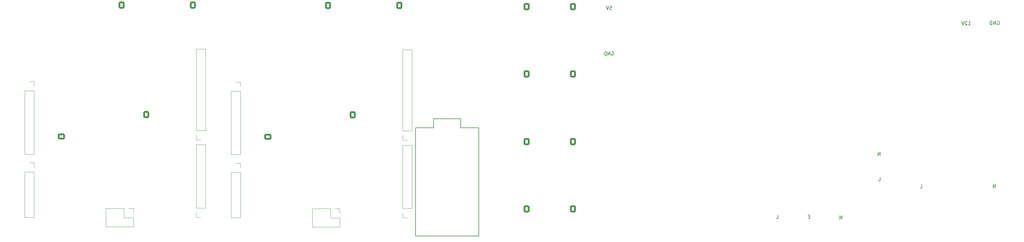
<source format=gbo>
G04 #@! TF.GenerationSoftware,KiCad,Pcbnew,(6.0.1)*
G04 #@! TF.CreationDate,2023-01-17T23:28:05-08:00*
G04 #@! TF.ProjectId,DDRduino2,44445264-7569-46e6-9f32-2e6b69636164,rev?*
G04 #@! TF.SameCoordinates,Original*
G04 #@! TF.FileFunction,Legend,Bot*
G04 #@! TF.FilePolarity,Positive*
%FSLAX46Y46*%
G04 Gerber Fmt 4.6, Leading zero omitted, Abs format (unit mm)*
G04 Created by KiCad (PCBNEW (6.0.1)) date 2023-01-17 23:28:05*
%MOMM*%
%LPD*%
G01*
G04 APERTURE LIST*
G04 Aperture macros list*
%AMRoundRect*
0 Rectangle with rounded corners*
0 $1 Rounding radius*
0 $2 $3 $4 $5 $6 $7 $8 $9 X,Y pos of 4 corners*
0 Add a 4 corners polygon primitive as box body*
4,1,4,$2,$3,$4,$5,$6,$7,$8,$9,$2,$3,0*
0 Add four circle primitives for the rounded corners*
1,1,$1+$1,$2,$3*
1,1,$1+$1,$4,$5*
1,1,$1+$1,$6,$7*
1,1,$1+$1,$8,$9*
0 Add four rect primitives between the rounded corners*
20,1,$1+$1,$2,$3,$4,$5,0*
20,1,$1+$1,$4,$5,$6,$7,0*
20,1,$1+$1,$6,$7,$8,$9,0*
20,1,$1+$1,$8,$9,$2,$3,0*%
G04 Aperture macros list end*
%ADD10C,0.150000*%
%ADD11C,0.120000*%
%ADD12C,2.700000*%
%ADD13C,4.516000*%
%ADD14C,0.650000*%
%ADD15O,1.108000X2.216000*%
%ADD16R,1.262126X1.262126*%
%ADD17C,1.262126*%
%ADD18C,1.600000*%
%ADD19C,4.000000*%
%ADD20C,3.200000*%
%ADD21RoundRect,0.250000X0.600000X0.725000X-0.600000X0.725000X-0.600000X-0.725000X0.600000X-0.725000X0*%
%ADD22O,1.700000X1.950000*%
%ADD23R,2.000000X2.000000*%
%ADD24C,2.000000*%
%ADD25C,4.500000*%
%ADD26R,1.700000X1.700000*%
%ADD27O,1.700000X1.700000*%
%ADD28RoundRect,0.250000X-0.725000X0.600000X-0.725000X-0.600000X0.725000X-0.600000X0.725000X0.600000X0*%
%ADD29O,1.950000X1.700000*%
%ADD30R,2.500000X2.500000*%
%ADD31C,2.500000*%
%ADD32R,1.600000X1.600000*%
%ADD33R,3.000000X3.000000*%
%ADD34C,3.000000*%
G04 APERTURE END LIST*
D10*
X254840476Y-99202380D02*
X255316666Y-99202380D01*
X255364285Y-99678571D01*
X255316666Y-99630952D01*
X255221428Y-99583333D01*
X254983333Y-99583333D01*
X254888095Y-99630952D01*
X254840476Y-99678571D01*
X254792857Y-99773809D01*
X254792857Y-100011904D01*
X254840476Y-100107142D01*
X254888095Y-100154761D01*
X254983333Y-100202380D01*
X255221428Y-100202380D01*
X255316666Y-100154761D01*
X255364285Y-100107142D01*
X254507142Y-99202380D02*
X254173809Y-100202380D01*
X253840476Y-99202380D01*
X255361904Y-112100000D02*
X255457142Y-112052380D01*
X255600000Y-112052380D01*
X255742857Y-112100000D01*
X255838095Y-112195238D01*
X255885714Y-112290476D01*
X255933333Y-112480952D01*
X255933333Y-112623809D01*
X255885714Y-112814285D01*
X255838095Y-112909523D01*
X255742857Y-113004761D01*
X255600000Y-113052380D01*
X255504761Y-113052380D01*
X255361904Y-113004761D01*
X255314285Y-112957142D01*
X255314285Y-112623809D01*
X255504761Y-112623809D01*
X254885714Y-113052380D02*
X254885714Y-112052380D01*
X254314285Y-113052380D01*
X254314285Y-112052380D01*
X253838095Y-113052380D02*
X253838095Y-112052380D01*
X253600000Y-112052380D01*
X253457142Y-112100000D01*
X253361904Y-112195238D01*
X253314285Y-112290476D01*
X253266666Y-112480952D01*
X253266666Y-112623809D01*
X253314285Y-112814285D01*
X253361904Y-112909523D01*
X253457142Y-113004761D01*
X253600000Y-113052380D01*
X253838095Y-113052380D01*
X363861904Y-103500000D02*
X363957142Y-103452380D01*
X364100000Y-103452380D01*
X364242857Y-103500000D01*
X364338095Y-103595238D01*
X364385714Y-103690476D01*
X364433333Y-103880952D01*
X364433333Y-104023809D01*
X364385714Y-104214285D01*
X364338095Y-104309523D01*
X364242857Y-104404761D01*
X364100000Y-104452380D01*
X364004761Y-104452380D01*
X363861904Y-104404761D01*
X363814285Y-104357142D01*
X363814285Y-104023809D01*
X364004761Y-104023809D01*
X363385714Y-104452380D02*
X363385714Y-103452380D01*
X362814285Y-104452380D01*
X362814285Y-103452380D01*
X362338095Y-104452380D02*
X362338095Y-103452380D01*
X362100000Y-103452380D01*
X361957142Y-103500000D01*
X361861904Y-103595238D01*
X361814285Y-103690476D01*
X361766666Y-103880952D01*
X361766666Y-104023809D01*
X361814285Y-104214285D01*
X361861904Y-104309523D01*
X361957142Y-104404761D01*
X362100000Y-104452380D01*
X362338095Y-104452380D01*
X355719047Y-104502380D02*
X356290476Y-104502380D01*
X356004761Y-104502380D02*
X356004761Y-103502380D01*
X356100000Y-103645238D01*
X356195238Y-103740476D01*
X356290476Y-103788095D01*
X355338095Y-103597619D02*
X355290476Y-103550000D01*
X355195238Y-103502380D01*
X354957142Y-103502380D01*
X354861904Y-103550000D01*
X354814285Y-103597619D01*
X354766666Y-103692857D01*
X354766666Y-103788095D01*
X354814285Y-103930952D01*
X355385714Y-104502380D01*
X354766666Y-104502380D01*
X354480952Y-103502380D02*
X354147619Y-104502380D01*
X353814285Y-103502380D01*
X311064285Y-158478571D02*
X310730952Y-158478571D01*
X310588095Y-159002380D02*
X311064285Y-159002380D01*
X311064285Y-158002380D01*
X310588095Y-158002380D01*
X330885714Y-141302380D02*
X330885714Y-140302380D01*
X330314285Y-141302380D01*
X330314285Y-140302380D01*
X363335714Y-150402380D02*
X363335714Y-149402380D01*
X362764285Y-150402380D01*
X362764285Y-149402380D01*
X320135714Y-159202380D02*
X320135714Y-158202380D01*
X319564285Y-159202380D01*
X319564285Y-158202380D01*
X342140476Y-150502380D02*
X342616666Y-150502380D01*
X342616666Y-149502380D01*
X330390476Y-148352380D02*
X330866666Y-148352380D01*
X330866666Y-147352380D01*
X301640476Y-159052380D02*
X302116666Y-159052380D01*
X302116666Y-158052380D01*
X205267480Y-133462480D02*
X205267480Y-130922480D01*
X205267480Y-130922480D02*
X212887480Y-130922480D01*
X212887480Y-133462480D02*
X217967480Y-133462480D01*
X212887480Y-130922480D02*
X212887480Y-133462480D01*
X200187480Y-163942480D02*
X200187480Y-133462480D01*
X217967480Y-133462480D02*
X217967480Y-163942480D01*
X200187480Y-133462480D02*
X205267480Y-133462480D01*
X217967480Y-163942480D02*
X200187480Y-163942480D01*
D11*
X196515480Y-135606480D02*
X196515480Y-136936480D01*
X196515480Y-136936480D02*
X197845480Y-136936480D01*
X196515480Y-111416480D02*
X199175480Y-111416480D01*
X196515480Y-134336480D02*
X199175480Y-134336480D01*
X196515480Y-134336480D02*
X196515480Y-111416480D01*
X199175480Y-134336480D02*
X199175480Y-111416480D01*
X118170000Y-158757000D02*
X118170000Y-156157000D01*
X113030000Y-161357000D02*
X113030000Y-156157000D01*
X120770000Y-161357000D02*
X120770000Y-158757000D01*
X120770000Y-156157000D02*
X119440000Y-156157000D01*
X120770000Y-158757000D02*
X118170000Y-158757000D01*
X118170000Y-156157000D02*
X113030000Y-156157000D01*
X120770000Y-161357000D02*
X113030000Y-161357000D01*
X120770000Y-157487000D02*
X120770000Y-156157000D01*
X138430000Y-158690000D02*
X139760000Y-158690000D01*
X138430000Y-138250000D02*
X141090000Y-138250000D01*
X141090000Y-156090000D02*
X141090000Y-138250000D01*
X138430000Y-156090000D02*
X141090000Y-156090000D01*
X138430000Y-156090000D02*
X138430000Y-138250000D01*
X138430000Y-157360000D02*
X138430000Y-158690000D01*
X199175480Y-156180480D02*
X199175480Y-138340480D01*
X196515480Y-156180480D02*
X196515480Y-138340480D01*
X196515480Y-157450480D02*
X196515480Y-158780480D01*
X196515480Y-156180480D02*
X199175480Y-156180480D01*
X196515480Y-138340480D02*
X199175480Y-138340480D01*
X196515480Y-158780480D02*
X197845480Y-158780480D01*
X178855480Y-157577480D02*
X178855480Y-156247480D01*
X176255480Y-156247480D02*
X171115480Y-156247480D01*
X178855480Y-161447480D02*
X178855480Y-158847480D01*
X171115480Y-161447480D02*
X171115480Y-156247480D01*
X176255480Y-158847480D02*
X176255480Y-156247480D01*
X178855480Y-158847480D02*
X176255480Y-158847480D01*
X178855480Y-156247480D02*
X177525480Y-156247480D01*
X178855480Y-161447480D02*
X171115480Y-161447480D01*
X141090000Y-134246000D02*
X141090000Y-111326000D01*
X138430000Y-136846000D02*
X139760000Y-136846000D01*
X138430000Y-135516000D02*
X138430000Y-136846000D01*
X138430000Y-111326000D02*
X141090000Y-111326000D01*
X138430000Y-134246000D02*
X141090000Y-134246000D01*
X138430000Y-134246000D02*
X138430000Y-111326000D01*
X148255480Y-123160480D02*
X148255480Y-141000480D01*
X150915480Y-123160480D02*
X150915480Y-141000480D01*
X150915480Y-120560480D02*
X149585480Y-120560480D01*
X150915480Y-141000480D02*
X148255480Y-141000480D01*
X150915480Y-123160480D02*
X148255480Y-123160480D01*
X150915480Y-121890480D02*
X150915480Y-120560480D01*
X92830000Y-158690000D02*
X90170000Y-158690000D01*
X92830000Y-145930000D02*
X90170000Y-145930000D01*
X92830000Y-144660000D02*
X92830000Y-143330000D01*
X92830000Y-145930000D02*
X92830000Y-158690000D01*
X90170000Y-145930000D02*
X90170000Y-158690000D01*
X92830000Y-143330000D02*
X91500000Y-143330000D01*
X92830000Y-140910000D02*
X90170000Y-140910000D01*
X92830000Y-120470000D02*
X91500000Y-120470000D01*
X92830000Y-121800000D02*
X92830000Y-120470000D01*
X90170000Y-123070000D02*
X90170000Y-140910000D01*
X92830000Y-123070000D02*
X92830000Y-140910000D01*
X92830000Y-123070000D02*
X90170000Y-123070000D01*
X150915480Y-146020480D02*
X148255480Y-146020480D01*
X150915480Y-146020480D02*
X150915480Y-158780480D01*
X150915480Y-144750480D02*
X150915480Y-143420480D01*
X150915480Y-143420480D02*
X149585480Y-143420480D01*
X150915480Y-158780480D02*
X148255480Y-158780480D01*
X148255480Y-146020480D02*
X148255480Y-158780480D01*
%LPC*%
D12*
X319884230Y-155025730D03*
X310884230Y-155025730D03*
X301884230Y-155025730D03*
D13*
X330884230Y-162325730D03*
X290884230Y-162325730D03*
D14*
X52025000Y-165472480D03*
X52875000Y-165472480D03*
X53725000Y-165472480D03*
X54575000Y-165472480D03*
X55425000Y-165472480D03*
X56275000Y-165472480D03*
X57125000Y-165472480D03*
X57975000Y-165472480D03*
X57975000Y-166822480D03*
X57125000Y-166822480D03*
X56275000Y-166822480D03*
X55425000Y-166822480D03*
X54575000Y-166822480D03*
X53725000Y-166822480D03*
X52875000Y-166822480D03*
X52025000Y-166822480D03*
D15*
X50675000Y-166452480D03*
X59325000Y-166452480D03*
X59325000Y-169832480D03*
X50675000Y-169832480D03*
D16*
X102352000Y-112312000D03*
D17*
X104892000Y-112312000D03*
X107432000Y-112312000D03*
X109972000Y-112312000D03*
X112512000Y-112312000D03*
X115052000Y-112312000D03*
X117592000Y-112312000D03*
X120132000Y-112312000D03*
X120132000Y-104692000D03*
X117592000Y-104692000D03*
X115052000Y-104692000D03*
X112512000Y-104692000D03*
X109972000Y-104692000D03*
X107432000Y-104692000D03*
X104892000Y-104692000D03*
X102352000Y-104692000D03*
D16*
X160437480Y-112402480D03*
D17*
X162977480Y-112402480D03*
X165517480Y-112402480D03*
X168057480Y-112402480D03*
X170597480Y-112402480D03*
X173137480Y-112402480D03*
X175677480Y-112402480D03*
X178217480Y-112402480D03*
X178217480Y-104782480D03*
X175677480Y-104782480D03*
X173137480Y-104782480D03*
X170597480Y-104782480D03*
X168057480Y-104782480D03*
X165517480Y-104782480D03*
X162977480Y-104782480D03*
X160437480Y-104782480D03*
D18*
X81500000Y-155904700D03*
X81500000Y-153284700D03*
X79000000Y-155904700D03*
X79000000Y-153284700D03*
X77000000Y-155904700D03*
X77000000Y-153284700D03*
X74500000Y-155904700D03*
X74500000Y-153284700D03*
D19*
X84570000Y-150574700D03*
X71430000Y-150574700D03*
X84570000Y-156254700D03*
X71430000Y-156254700D03*
D20*
X154647480Y-160002480D03*
D21*
X244415865Y-118332480D03*
D22*
X241915865Y-118332480D03*
X239415865Y-118332480D03*
D23*
X244283542Y-127032480D03*
D24*
X239283542Y-127032480D03*
D25*
X371577480Y-99532480D03*
X83577480Y-99532480D03*
D21*
X244415865Y-156332480D03*
D22*
X241915865Y-156332480D03*
X239415865Y-156332480D03*
D14*
X68025000Y-165472480D03*
X68875000Y-165472480D03*
X69725000Y-165472480D03*
X70575000Y-165472480D03*
X71425000Y-165472480D03*
X72275000Y-165472480D03*
X73125000Y-165472480D03*
X73975000Y-165472480D03*
X73975000Y-166822480D03*
X73125000Y-166822480D03*
X72275000Y-166822480D03*
X71425000Y-166822480D03*
X70575000Y-166822480D03*
X69725000Y-166822480D03*
X68875000Y-166822480D03*
X68025000Y-166822480D03*
D15*
X66675000Y-166452480D03*
X75325000Y-166452480D03*
X75325000Y-169832480D03*
X66675000Y-169832480D03*
D21*
X244415865Y-99332480D03*
D22*
X241915865Y-99332480D03*
X239415865Y-99332480D03*
D23*
X231283542Y-146032480D03*
D24*
X226283542Y-146032480D03*
D26*
X177525480Y-151100480D03*
D27*
X174985480Y-151100480D03*
X172445480Y-151100480D03*
X169905480Y-151100480D03*
X167365480Y-151100480D03*
X164825480Y-151100480D03*
D28*
X100492000Y-135942000D03*
D29*
X100492000Y-138442000D03*
X100492000Y-140942000D03*
X100492000Y-143442000D03*
X100492000Y-145942000D03*
X100492000Y-148442000D03*
X100492000Y-150942000D03*
X100492000Y-153442000D03*
D21*
X175577480Y-99032480D03*
D22*
X173077480Y-99032480D03*
X170577480Y-99032480D03*
X168077480Y-99032480D03*
X165577480Y-99032480D03*
X163077480Y-99032480D03*
X160577480Y-99032480D03*
D21*
X117492000Y-98942000D03*
D22*
X114992000Y-98942000D03*
X112492000Y-98942000D03*
X109992000Y-98942000D03*
X107492000Y-98942000D03*
X104992000Y-98942000D03*
X102492000Y-98942000D03*
D23*
X244283542Y-165032480D03*
D24*
X239283542Y-165032480D03*
D30*
X330577480Y-144532480D03*
D31*
X330577480Y-137782480D03*
D19*
X254577480Y-103282480D03*
X254577480Y-108782480D03*
D21*
X231415865Y-156332480D03*
D22*
X228915865Y-156332480D03*
X226415865Y-156332480D03*
D23*
X244283542Y-108032480D03*
D24*
X239283542Y-108032480D03*
D20*
X139742000Y-109112000D03*
X149577480Y-107932480D03*
X197827480Y-109202480D03*
D26*
X119440000Y-151010000D03*
D27*
X116900000Y-151010000D03*
X114360000Y-151010000D03*
X111820000Y-151010000D03*
X109280000Y-151010000D03*
X106740000Y-151010000D03*
D23*
X231283542Y-165032480D03*
D24*
X226283542Y-165032480D03*
D21*
X124360000Y-129742000D03*
D22*
X121860000Y-129742000D03*
X119360000Y-129742000D03*
X116860000Y-129742000D03*
X114360000Y-129742000D03*
X111860000Y-129742000D03*
X109360000Y-129742000D03*
X106860000Y-129742000D03*
X104360000Y-129742000D03*
X101860000Y-129742000D03*
X99360000Y-129742000D03*
D21*
X231415865Y-118332480D03*
D22*
X228915865Y-118332480D03*
X226415865Y-118332480D03*
D20*
X182587480Y-160012480D03*
D21*
X244415865Y-137332480D03*
D22*
X241915865Y-137332480D03*
X239415865Y-137332480D03*
D21*
X137492000Y-98942000D03*
D22*
X134992000Y-98942000D03*
X132492000Y-98942000D03*
X129992000Y-98942000D03*
X127492000Y-98942000D03*
X124992000Y-98942000D03*
D26*
X177525480Y-140940480D03*
D27*
X174985480Y-140940480D03*
X172445480Y-140940480D03*
X169905480Y-140940480D03*
X167365480Y-140940480D03*
X164825480Y-140940480D03*
D14*
X100025000Y-165472480D03*
X100875000Y-165472480D03*
X101725000Y-165472480D03*
X102575000Y-165472480D03*
X103425000Y-165472480D03*
X104275000Y-165472480D03*
X105125000Y-165472480D03*
X105975000Y-165472480D03*
X105975000Y-166822480D03*
X105125000Y-166822480D03*
X104275000Y-166822480D03*
X103425000Y-166822480D03*
X102575000Y-166822480D03*
X101725000Y-166822480D03*
X100875000Y-166822480D03*
X100025000Y-166822480D03*
D15*
X98675000Y-166452480D03*
X107325000Y-166452480D03*
X107325000Y-169832480D03*
X98675000Y-169832480D03*
D14*
X84025000Y-165472480D03*
X84875000Y-165472480D03*
X85725000Y-165472480D03*
X86575000Y-165472480D03*
X87425000Y-165472480D03*
X88275000Y-165472480D03*
X89125000Y-165472480D03*
X89975000Y-165472480D03*
X89975000Y-166822480D03*
X89125000Y-166822480D03*
X88275000Y-166822480D03*
X87425000Y-166822480D03*
X86575000Y-166822480D03*
X85725000Y-166822480D03*
X84875000Y-166822480D03*
X84025000Y-166822480D03*
D15*
X82675000Y-166452480D03*
X91325000Y-166452480D03*
X91325000Y-169832480D03*
X82675000Y-169832480D03*
D23*
X244283542Y-146032480D03*
D24*
X239283542Y-146032480D03*
D21*
X231415865Y-137332480D03*
D22*
X228915865Y-137332480D03*
X226415865Y-137332480D03*
D20*
X96562000Y-159912000D03*
D25*
X269500000Y-166500000D03*
D21*
X182445480Y-129832480D03*
D22*
X179945480Y-129832480D03*
X177445480Y-129832480D03*
X174945480Y-129832480D03*
X172445480Y-129832480D03*
X169945480Y-129832480D03*
X167445480Y-129832480D03*
X164945480Y-129832480D03*
X162445480Y-129832480D03*
X159945480Y-129832480D03*
X157445480Y-129832480D03*
D18*
X201457480Y-137272480D03*
D32*
X201457480Y-134732480D03*
D18*
X201457480Y-144892480D03*
X201457480Y-147432480D03*
X201457480Y-149972480D03*
X201457480Y-152512480D03*
X201457480Y-155052480D03*
X201457480Y-157592480D03*
X201457480Y-160132480D03*
X201457480Y-162672480D03*
X216697480Y-162672480D03*
X216697480Y-157592480D03*
X216697480Y-155052480D03*
X216697480Y-160132480D03*
X216697480Y-152512480D03*
X216697480Y-149972480D03*
X216697480Y-147432480D03*
X216697480Y-144892480D03*
X201457480Y-139812480D03*
X201457480Y-142352480D03*
X216697480Y-137272480D03*
X216697480Y-134732480D03*
X216697480Y-139812480D03*
X216697480Y-142352480D03*
D20*
X124502000Y-159922000D03*
X91492000Y-107842000D03*
D25*
X118000000Y-166500000D03*
D21*
X195577480Y-99032480D03*
D22*
X193077480Y-99032480D03*
X190577480Y-99032480D03*
X188077480Y-99032480D03*
X185577480Y-99032480D03*
X183077480Y-99032480D03*
D26*
X119440000Y-140850000D03*
D27*
X116900000Y-140850000D03*
X114360000Y-140850000D03*
X111820000Y-140850000D03*
X109280000Y-140850000D03*
X106740000Y-140850000D03*
D18*
X62500000Y-155904700D03*
X62500000Y-153284700D03*
X60000000Y-155904700D03*
X60000000Y-153284700D03*
X58000000Y-155904700D03*
X58000000Y-153284700D03*
X55500000Y-155904700D03*
X55500000Y-153284700D03*
D19*
X65570000Y-150574700D03*
X52430000Y-150574700D03*
X65570000Y-156254700D03*
X52430000Y-156254700D03*
D25*
X371577480Y-166532480D03*
D33*
X342294980Y-146332480D03*
D34*
X363094980Y-146332480D03*
X363094980Y-101332480D03*
X355094980Y-101332480D03*
D23*
X231283542Y-127032480D03*
D24*
X226283542Y-127032480D03*
D21*
X231415865Y-99332480D03*
D22*
X228915865Y-99332480D03*
X226415865Y-99332480D03*
D23*
X231283542Y-108032480D03*
D24*
X226283542Y-108032480D03*
D28*
X158577480Y-136032480D03*
D29*
X158577480Y-138532480D03*
X158577480Y-141032480D03*
X158577480Y-143532480D03*
X158577480Y-146032480D03*
X158577480Y-148532480D03*
X158577480Y-151032480D03*
X158577480Y-153532480D03*
D25*
X217500000Y-99500000D03*
D26*
X197845480Y-135606480D03*
D27*
X197845480Y-133066480D03*
X197845480Y-130526480D03*
X197845480Y-127986480D03*
X197845480Y-125446480D03*
X197845480Y-122906480D03*
X197845480Y-120366480D03*
X197845480Y-117826480D03*
X197845480Y-115286480D03*
X197845480Y-112746480D03*
D26*
X119440000Y-157487000D03*
D27*
X119440000Y-160027000D03*
X116900000Y-157487000D03*
X116900000Y-160027000D03*
X114360000Y-157487000D03*
X114360000Y-160027000D03*
D26*
X139760000Y-157360000D03*
D27*
X139760000Y-154820000D03*
X139760000Y-152280000D03*
X139760000Y-149740000D03*
X139760000Y-147200000D03*
X139760000Y-144660000D03*
X139760000Y-142120000D03*
X139760000Y-139580000D03*
D26*
X197845480Y-157450480D03*
D27*
X197845480Y-154910480D03*
X197845480Y-152370480D03*
X197845480Y-149830480D03*
X197845480Y-147290480D03*
X197845480Y-144750480D03*
X197845480Y-142210480D03*
X197845480Y-139670480D03*
D26*
X177525480Y-157577480D03*
D27*
X177525480Y-160117480D03*
X174985480Y-157577480D03*
X174985480Y-160117480D03*
X172445480Y-157577480D03*
X172445480Y-160117480D03*
D26*
X139760000Y-135516000D03*
D27*
X139760000Y-132976000D03*
X139760000Y-130436000D03*
X139760000Y-127896000D03*
X139760000Y-125356000D03*
X139760000Y-122816000D03*
X139760000Y-120276000D03*
X139760000Y-117736000D03*
X139760000Y-115196000D03*
X139760000Y-112656000D03*
D26*
X149585480Y-121890480D03*
D27*
X149585480Y-124430480D03*
X149585480Y-126970480D03*
X149585480Y-129510480D03*
X149585480Y-132050480D03*
X149585480Y-134590480D03*
X149585480Y-137130480D03*
X149585480Y-139670480D03*
D26*
X91500000Y-144660000D03*
D27*
X91500000Y-147200000D03*
X91500000Y-149740000D03*
X91500000Y-152280000D03*
X91500000Y-154820000D03*
X91500000Y-157360000D03*
D26*
X91500000Y-121800000D03*
D27*
X91500000Y-124340000D03*
X91500000Y-126880000D03*
X91500000Y-129420000D03*
X91500000Y-131960000D03*
X91500000Y-134500000D03*
X91500000Y-137040000D03*
X91500000Y-139580000D03*
D26*
X149585480Y-144750480D03*
D27*
X149585480Y-147290480D03*
X149585480Y-149830480D03*
X149585480Y-152370480D03*
X149585480Y-154910480D03*
X149585480Y-157450480D03*
M02*

</source>
